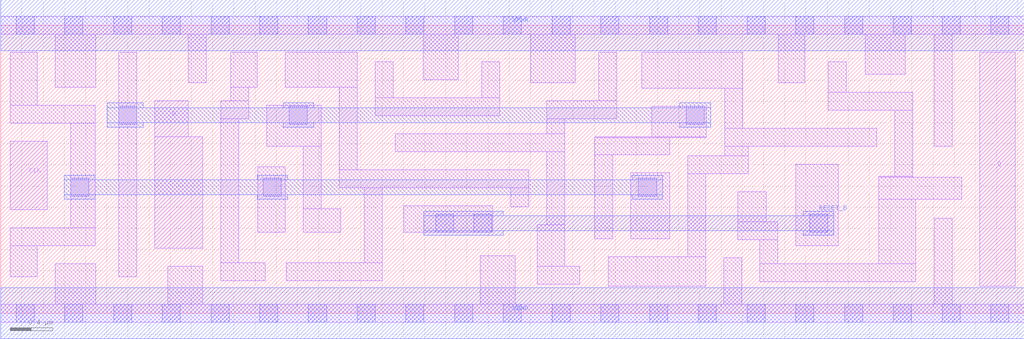
<source format=lef>
# Copyright 2020 The SkyWater PDK Authors
#
# Licensed under the Apache License, Version 2.0 (the "License");
# you may not use this file except in compliance with the License.
# You may obtain a copy of the License at
#
#     https://www.apache.org/licenses/LICENSE-2.0
#
# Unless required by applicable law or agreed to in writing, software
# distributed under the License is distributed on an "AS IS" BASIS,
# WITHOUT WARRANTIES OR CONDITIONS OF ANY KIND, either express or implied.
# See the License for the specific language governing permissions and
# limitations under the License.
#
# SPDX-License-Identifier: Apache-2.0

VERSION 5.7 ;
BUSBITCHARS "[]" ;
DIVIDERCHAR "/" ;
PROPERTYDEFINITIONS
  MACRO maskLayoutSubType STRING ;
  MACRO prCellType STRING ;
  MACRO originalViewName STRING ;
END PROPERTYDEFINITIONS
MACRO sky130_fd_sc_hdll__dfrtp_1
  ORIGIN  0.000000  0.000000 ;
  CLASS CORE ;
  SYMMETRY X Y R90 ;
  SIZE  9.660000 BY  2.720000 ;
  SITE unithd ;
  PIN CLK
    ANTENNAGATEAREA  0.178200 ;
    DIRECTION INPUT ;
    USE SIGNAL ;
    PORT
      LAYER li1 ;
        RECT 0.090000 0.975000 0.440000 1.625000 ;
    END
  END CLK
  PIN D
    ANTENNAGATEAREA  0.138600 ;
    DIRECTION INPUT ;
    USE SIGNAL ;
    PORT
      LAYER li1 ;
        RECT 1.455000 0.615000 1.905000 1.665000 ;
        RECT 1.455000 1.665000 1.770000 2.005000 ;
    END
  END D
  PIN Q
    ANTENNADIFFAREA  0.472000 ;
    DIRECTION OUTPUT ;
    USE SIGNAL ;
    PORT
      LAYER li1 ;
        RECT 9.240000 0.255000 9.575000 2.465000 ;
    END
  END Q
  PIN RESET_B
    DIRECTION INPUT ;
    USE SIGNAL ;
    PORT
      LAYER met1 ;
        RECT 3.995000 0.735000 4.745000 0.780000 ;
        RECT 3.995000 0.780000 7.865000 0.920000 ;
        RECT 3.995000 0.920000 4.745000 0.965000 ;
        RECT 7.575000 0.735000 7.865000 0.780000 ;
        RECT 7.575000 0.920000 7.865000 0.965000 ;
    END
  END RESET_B
  PIN VGND
    DIRECTION INOUT ;
    USE SIGNAL ;
    PORT
      LAYER met1 ;
        RECT 0.000000 -0.240000 9.660000 0.240000 ;
    END
  END VGND
  PIN VPWR
    DIRECTION INOUT ;
    USE SIGNAL ;
    PORT
      LAYER met1 ;
        RECT 0.000000 2.480000 9.660000 2.960000 ;
    END
  END VPWR
  OBS
    LAYER li1 ;
      RECT 0.000000 -0.085000 9.660000 0.085000 ;
      RECT 0.000000  2.635000 9.660000 2.805000 ;
      RECT 0.090000  0.345000 0.345000 0.635000 ;
      RECT 0.090000  0.635000 0.890000 0.805000 ;
      RECT 0.090000  1.795000 0.890000 1.965000 ;
      RECT 0.090000  1.965000 0.345000 2.465000 ;
      RECT 0.515000  0.085000 0.895000 0.465000 ;
      RECT 0.515000  2.135000 0.895000 2.635000 ;
      RECT 0.660000  0.805000 0.890000 1.795000 ;
      RECT 1.115000  0.345000 1.285000 2.465000 ;
      RECT 1.575000  0.085000 1.905000 0.445000 ;
      RECT 1.770000  2.175000 1.940000 2.635000 ;
      RECT 2.075000  0.305000 2.495000 0.475000 ;
      RECT 2.075000  0.475000 2.245000 1.835000 ;
      RECT 2.075000  1.835000 2.340000 2.005000 ;
      RECT 2.170000  2.005000 2.340000 2.135000 ;
      RECT 2.170000  2.135000 2.420000 2.465000 ;
      RECT 2.425000  0.765000 2.685000 1.385000 ;
      RECT 2.510000  1.575000 3.025000 1.965000 ;
      RECT 2.685000  2.135000 3.365000 2.465000 ;
      RECT 2.695000  0.305000 3.600000 0.475000 ;
      RECT 2.855000  0.765000 3.210000 0.985000 ;
      RECT 2.855000  0.985000 3.025000 1.575000 ;
      RECT 3.195000  1.185000 4.985000 1.355000 ;
      RECT 3.195000  1.355000 3.365000 2.135000 ;
      RECT 3.430000  0.475000 3.600000 1.185000 ;
      RECT 3.535000  1.865000 4.710000 2.035000 ;
      RECT 3.535000  2.035000 3.705000 2.375000 ;
      RECT 3.725000  1.525000 5.325000 1.695000 ;
      RECT 3.805000  0.765000 4.645000 1.015000 ;
      RECT 3.990000  2.205000 4.320000 2.635000 ;
      RECT 4.525000  0.085000 4.855000 0.545000 ;
      RECT 4.540000  2.035000 4.710000 2.375000 ;
      RECT 4.815000  1.005000 4.985000 1.185000 ;
      RECT 5.005000  2.175000 5.425000 2.635000 ;
      RECT 5.065000  0.275000 5.465000 0.445000 ;
      RECT 5.065000  0.445000 5.325000 0.835000 ;
      RECT 5.155000  0.835000 5.325000 1.525000 ;
      RECT 5.155000  1.695000 5.325000 1.835000 ;
      RECT 5.155000  1.835000 5.815000 2.005000 ;
      RECT 5.605000  0.705000 5.775000 1.495000 ;
      RECT 5.605000  1.495000 6.315000 1.655000 ;
      RECT 5.605000  1.655000 6.660000 1.665000 ;
      RECT 5.645000  2.005000 5.815000 2.465000 ;
      RECT 5.735000  0.255000 6.655000 0.535000 ;
      RECT 5.945000  0.705000 6.315000 1.325000 ;
      RECT 6.050000  2.125000 7.005000 2.465000 ;
      RECT 6.145000  1.665000 6.660000 1.955000 ;
      RECT 6.485000  0.535000 6.655000 1.315000 ;
      RECT 6.485000  1.315000 7.055000 1.485000 ;
      RECT 6.825000  0.085000 6.995000 0.525000 ;
      RECT 6.835000  1.485000 7.055000 1.575000 ;
      RECT 6.835000  1.575000 8.270000 1.745000 ;
      RECT 6.835000  1.745000 7.005000 2.125000 ;
      RECT 6.955000  0.695000 7.335000 0.865000 ;
      RECT 6.955000  0.865000 7.225000 1.145000 ;
      RECT 7.165000  0.295000 8.635000 0.465000 ;
      RECT 7.165000  0.465000 7.335000 0.695000 ;
      RECT 7.340000  2.175000 7.590000 2.635000 ;
      RECT 7.505000  0.635000 7.905000 1.405000 ;
      RECT 7.810000  1.915000 8.610000 2.085000 ;
      RECT 7.810000  2.085000 7.980000 2.375000 ;
      RECT 8.160000  2.255000 8.540000 2.635000 ;
      RECT 8.290000  0.465000 8.635000 1.075000 ;
      RECT 8.290000  1.075000 9.070000 1.285000 ;
      RECT 8.290000  1.285000 8.610000 1.295000 ;
      RECT 8.440000  1.295000 8.610000 1.915000 ;
      RECT 8.810000  0.085000 8.980000 0.895000 ;
      RECT 8.810000  1.575000 8.980000 2.635000 ;
    LAYER mcon ;
      RECT 0.145000 -0.085000 0.315000 0.085000 ;
      RECT 0.145000  2.635000 0.315000 2.805000 ;
      RECT 0.605000 -0.085000 0.775000 0.085000 ;
      RECT 0.605000  2.635000 0.775000 2.805000 ;
      RECT 0.660000  1.105000 0.830000 1.275000 ;
      RECT 1.065000 -0.085000 1.235000 0.085000 ;
      RECT 1.065000  2.635000 1.235000 2.805000 ;
      RECT 1.115000  1.785000 1.285000 1.955000 ;
      RECT 1.525000 -0.085000 1.695000 0.085000 ;
      RECT 1.525000  2.635000 1.695000 2.805000 ;
      RECT 1.985000 -0.085000 2.155000 0.085000 ;
      RECT 1.985000  2.635000 2.155000 2.805000 ;
      RECT 2.445000 -0.085000 2.615000 0.085000 ;
      RECT 2.445000  2.635000 2.615000 2.805000 ;
      RECT 2.480000  1.105000 2.650000 1.275000 ;
      RECT 2.725000  1.785000 2.895000 1.955000 ;
      RECT 2.905000 -0.085000 3.075000 0.085000 ;
      RECT 2.905000  2.635000 3.075000 2.805000 ;
      RECT 3.365000 -0.085000 3.535000 0.085000 ;
      RECT 3.365000  2.635000 3.535000 2.805000 ;
      RECT 3.825000 -0.085000 3.995000 0.085000 ;
      RECT 3.825000  2.635000 3.995000 2.805000 ;
      RECT 4.105000  0.765000 4.275000 0.935000 ;
      RECT 4.285000 -0.085000 4.455000 0.085000 ;
      RECT 4.285000  2.635000 4.455000 2.805000 ;
      RECT 4.465000  0.765000 4.635000 0.935000 ;
      RECT 4.745000 -0.085000 4.915000 0.085000 ;
      RECT 4.745000  2.635000 4.915000 2.805000 ;
      RECT 5.205000 -0.085000 5.375000 0.085000 ;
      RECT 5.205000  2.635000 5.375000 2.805000 ;
      RECT 5.665000 -0.085000 5.835000 0.085000 ;
      RECT 5.665000  2.635000 5.835000 2.805000 ;
      RECT 6.020000  1.105000 6.190000 1.275000 ;
      RECT 6.125000 -0.085000 6.295000 0.085000 ;
      RECT 6.125000  2.635000 6.295000 2.805000 ;
      RECT 6.470000  1.785000 6.640000 1.955000 ;
      RECT 6.585000 -0.085000 6.755000 0.085000 ;
      RECT 6.585000  2.635000 6.755000 2.805000 ;
      RECT 7.045000 -0.085000 7.215000 0.085000 ;
      RECT 7.045000  2.635000 7.215000 2.805000 ;
      RECT 7.505000 -0.085000 7.675000 0.085000 ;
      RECT 7.505000  2.635000 7.675000 2.805000 ;
      RECT 7.635000  0.765000 7.805000 0.935000 ;
      RECT 7.965000 -0.085000 8.135000 0.085000 ;
      RECT 7.965000  2.635000 8.135000 2.805000 ;
      RECT 8.425000 -0.085000 8.595000 0.085000 ;
      RECT 8.425000  2.635000 8.595000 2.805000 ;
      RECT 8.885000 -0.085000 9.055000 0.085000 ;
      RECT 8.885000  2.635000 9.055000 2.805000 ;
      RECT 9.345000 -0.085000 9.515000 0.085000 ;
      RECT 9.345000  2.635000 9.515000 2.805000 ;
    LAYER met1 ;
      RECT 0.600000 1.075000 0.890000 1.120000 ;
      RECT 0.600000 1.120000 6.250000 1.260000 ;
      RECT 0.600000 1.260000 0.890000 1.305000 ;
      RECT 1.005000 1.755000 1.345000 1.800000 ;
      RECT 1.005000 1.800000 6.700000 1.940000 ;
      RECT 1.005000 1.940000 1.345000 1.985000 ;
      RECT 2.420000 1.075000 2.710000 1.120000 ;
      RECT 2.420000 1.260000 2.710000 1.305000 ;
      RECT 2.665000 1.755000 2.955000 1.800000 ;
      RECT 2.665000 1.940000 2.955000 1.985000 ;
      RECT 5.960000 1.075000 6.250000 1.120000 ;
      RECT 5.960000 1.260000 6.250000 1.305000 ;
      RECT 6.410000 1.755000 6.700000 1.800000 ;
      RECT 6.410000 1.940000 6.700000 1.985000 ;
  END
  PROPERTY maskLayoutSubType "abstract" ;
  PROPERTY prCellType "standard" ;
  PROPERTY originalViewName "layout" ;
END sky130_fd_sc_hdll__dfrtp_1

</source>
